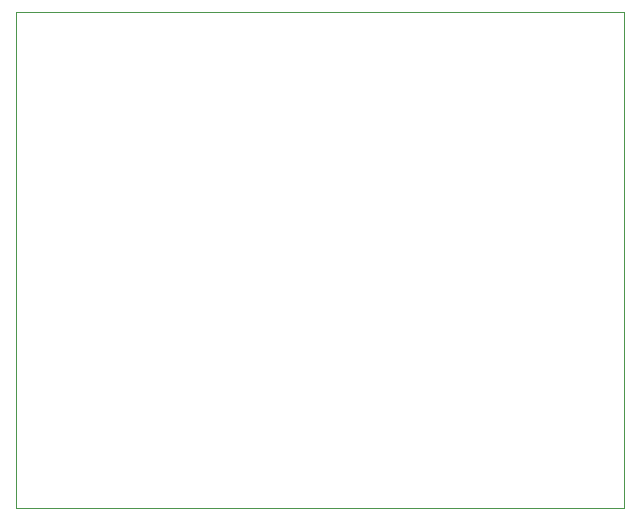
<source format=gbr>
%TF.GenerationSoftware,KiCad,Pcbnew,8.0.3*%
%TF.CreationDate,2024-09-06T18:55:24+02:00*%
%TF.ProjectId,nixie_supply,6e697869-655f-4737-9570-706c792e6b69,rev?*%
%TF.SameCoordinates,Original*%
%TF.FileFunction,Profile,NP*%
%FSLAX46Y46*%
G04 Gerber Fmt 4.6, Leading zero omitted, Abs format (unit mm)*
G04 Created by KiCad (PCBNEW 8.0.3) date 2024-09-06 18:55:24*
%MOMM*%
%LPD*%
G01*
G04 APERTURE LIST*
%TA.AperFunction,Profile*%
%ADD10C,0.050000*%
%TD*%
G04 APERTURE END LIST*
D10*
X174251100Y-84003600D02*
X122751100Y-84003600D01*
X174251100Y-126003600D02*
X174251100Y-84003600D01*
X122751100Y-126003600D02*
X174251100Y-126003600D01*
X122751100Y-84003600D02*
X122751100Y-126003600D01*
M02*

</source>
